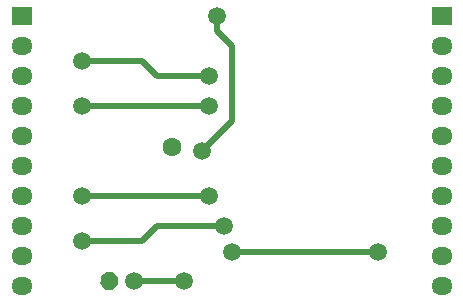
<source format=gbr>
G04 #@! TF.GenerationSoftware,KiCad,Pcbnew,(5.1.8)-1*
G04 #@! TF.CreationDate,2023-07-12T22:57:21+03:00*
G04 #@! TF.ProjectId,INV,494e562e-6b69-4636-9164-5f7063625858,rev?*
G04 #@! TF.SameCoordinates,PX48ab840PY2455c20*
G04 #@! TF.FileFunction,Copper,L2,Bot*
G04 #@! TF.FilePolarity,Positive*
%FSLAX46Y46*%
G04 Gerber Fmt 4.6, Leading zero omitted, Abs format (unit mm)*
G04 Created by KiCad (PCBNEW (5.1.8)-1) date 2023-07-12 22:57:21*
%MOMM*%
%LPD*%
G01*
G04 APERTURE LIST*
G04 #@! TA.AperFunction,ComponentPad*
%ADD10C,1.600000*%
G04 #@! TD*
G04 #@! TA.AperFunction,ComponentPad*
%ADD11O,1.800000X1.500000*%
G04 #@! TD*
G04 #@! TA.AperFunction,ComponentPad*
%ADD12R,1.800000X1.500000*%
G04 #@! TD*
G04 #@! TA.AperFunction,ViaPad*
%ADD13C,1.500000*%
G04 #@! TD*
G04 #@! TA.AperFunction,Conductor*
%ADD14C,0.500000*%
G04 #@! TD*
G04 APERTURE END LIST*
G04 #@! TA.AperFunction,ComponentPad*
G36*
G01*
X10295367Y-24256301D02*
X10295367Y-24256301D01*
G75*
G02*
X10682318Y-25319442I-338095J-725046D01*
G01*
X10682318Y-25319442D01*
G75*
G02*
X9619177Y-25706393I-725046J338095D01*
G01*
X9619177Y-25706393D01*
G75*
G02*
X9232226Y-24643252I338095J725046D01*
G01*
X9232226Y-24643252D01*
G75*
G02*
X10295367Y-24256301I725046J-338095D01*
G01*
G37*
G04 #@! TD.AperFunction*
D10*
X15240000Y-13652500D03*
D11*
X38100000Y-25400000D03*
X38100000Y-22860000D03*
X38100000Y-20320000D03*
X38100000Y-17780000D03*
X38100000Y-15240000D03*
X38100000Y-12700000D03*
X38100000Y-10160000D03*
X38100000Y-7620000D03*
X38100000Y-5080000D03*
D12*
X38100000Y-2540000D03*
D11*
X2540000Y-25400000D03*
X2540000Y-22860000D03*
X2540000Y-20320000D03*
X2540000Y-17780000D03*
X2540000Y-15240000D03*
X2540000Y-12700000D03*
X2540000Y-10160000D03*
X2540000Y-7620000D03*
X2540000Y-5080000D03*
D12*
X2540000Y-2540000D03*
D13*
X17780000Y-13970000D03*
X19050000Y-2540000D03*
X12065000Y-25019000D03*
X16256000Y-25019000D03*
X7620000Y-21590000D03*
X19685000Y-20320000D03*
X7620000Y-17780000D03*
X18415000Y-17780000D03*
X7620000Y-10160000D03*
X18415000Y-10160000D03*
X7620000Y-6350000D03*
X18415000Y-7620000D03*
X20320000Y-22542500D03*
X32702500Y-22542500D03*
D14*
X19050000Y-3810000D02*
X19050000Y-2540000D01*
X20320000Y-5080000D02*
X19050000Y-3810000D01*
X20320000Y-11430000D02*
X20320000Y-5080000D01*
X17780000Y-13970000D02*
X20320000Y-11430000D01*
X12065000Y-25019000D02*
X16256000Y-25019000D01*
X18415000Y-20320000D02*
X19685000Y-20320000D01*
X13970000Y-20320000D02*
X18415000Y-20320000D01*
X12700000Y-21590000D02*
X13970000Y-20320000D01*
X7620000Y-21590000D02*
X12700000Y-21590000D01*
X7620000Y-17780000D02*
X18415000Y-17780000D01*
X7620000Y-10160000D02*
X18415000Y-10160000D01*
X7620000Y-6350000D02*
X12700000Y-6350000D01*
X13970000Y-7620000D02*
X18415000Y-7620000D01*
X12700000Y-6350000D02*
X13970000Y-7620000D01*
X32702500Y-22542500D02*
X32702500Y-22542500D01*
X20320000Y-22542500D02*
X32702500Y-22542500D01*
M02*

</source>
